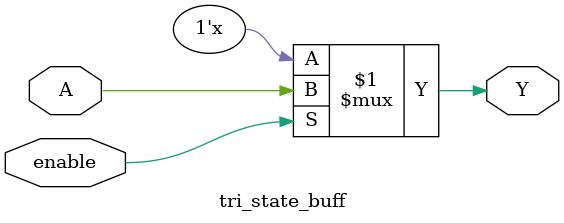
<source format=v>

module tri_state_buff(
	input A, 
	input enable,
	output Y
);

assign Y = enable ? A : 1'bz;

endmodule

</source>
